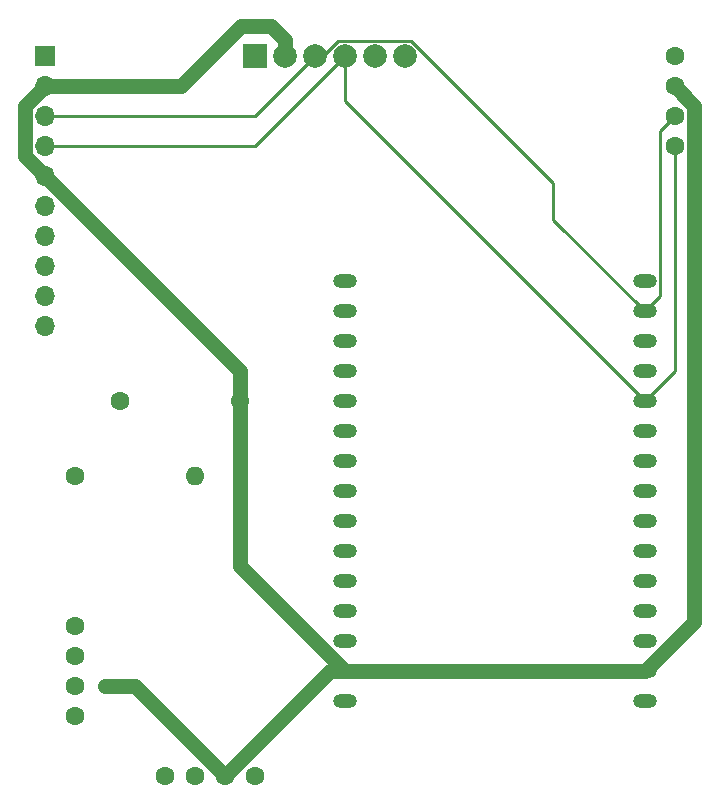
<source format=gbr>
%TF.GenerationSoftware,KiCad,Pcbnew,7.0.7*%
%TF.CreationDate,2023-11-02T18:32:29-06:00*%
%TF.ProjectId,BatteryMeter,42617474-6572-4794-9d65-7465722e6b69,rev?*%
%TF.SameCoordinates,Original*%
%TF.FileFunction,Copper,L2,Bot*%
%TF.FilePolarity,Positive*%
%FSLAX46Y46*%
G04 Gerber Fmt 4.6, Leading zero omitted, Abs format (unit mm)*
G04 Created by KiCad (PCBNEW 7.0.7) date 2023-11-02 18:32:29*
%MOMM*%
%LPD*%
G01*
G04 APERTURE LIST*
%TA.AperFunction,ComponentPad*%
%ADD10R,2.000000X2.000000*%
%TD*%
%TA.AperFunction,ComponentPad*%
%ADD11C,2.000000*%
%TD*%
%TA.AperFunction,ComponentPad*%
%ADD12O,2.000000X1.200000*%
%TD*%
%TA.AperFunction,ComponentPad*%
%ADD13C,1.600000*%
%TD*%
%TA.AperFunction,ComponentPad*%
%ADD14O,1.600000X1.600000*%
%TD*%
%TA.AperFunction,ComponentPad*%
%ADD15R,1.700000X1.700000*%
%TD*%
%TA.AperFunction,ComponentPad*%
%ADD16O,1.700000X1.700000*%
%TD*%
%TA.AperFunction,ViaPad*%
%ADD17C,0.800000*%
%TD*%
%TA.AperFunction,Conductor*%
%ADD18C,1.270000*%
%TD*%
%TA.AperFunction,Conductor*%
%ADD19C,0.250000*%
%TD*%
G04 APERTURE END LIST*
D10*
%TO.P,U3,1,VCC*%
%TO.N,+3V3*%
X153670000Y-53340000D03*
D11*
%TO.P,U3,2,GND*%
%TO.N,GND*%
X156210000Y-53340000D03*
%TO.P,U3,3,SCL*%
%TO.N,SCL*%
X158750000Y-53340000D03*
%TO.P,U3,4,SDA*%
%TO.N,SDA*%
X161290000Y-53340000D03*
%TO.P,U3,5,CSB*%
%TO.N,unconnected-(U3-CSB-Pad5)*%
X163830000Y-53340000D03*
%TO.P,U3,6,SDO*%
%TO.N,unconnected-(U3-SDO-Pad6)*%
X166370000Y-53340000D03*
%TD*%
D12*
%TO.P,U2,1,EN*%
%TO.N,unconnected-(U2-EN-Pad1)*%
X161290000Y-72390000D03*
%TO.P,U2,2,GPIO_36*%
%TO.N,unconnected-(U2-GPIO_36-Pad2)*%
X161290000Y-74930000D03*
%TO.P,U2,3,GPIO_39*%
%TO.N,unconnected-(U2-GPIO_39-Pad3)*%
X161290000Y-77470000D03*
%TO.P,U2,4,GPIO_34*%
%TO.N,unconnected-(U2-GPIO_34-Pad4)*%
X161290000Y-80010000D03*
%TO.P,U2,5,GPIO_35*%
%TO.N,unconnected-(U2-GPIO_35-Pad5)*%
X161290000Y-82550000D03*
%TO.P,U2,6,GPIO_32*%
%TO.N,unconnected-(U2-GPIO_32-Pad6)*%
X161290000Y-85090000D03*
%TO.P,U2,7,GPIO_33*%
%TO.N,unconnected-(U2-GPIO_33-Pad7)*%
X161290000Y-87630000D03*
%TO.P,U2,8,GPIO_25*%
%TO.N,unconnected-(U2-GPIO_25-Pad8)*%
X161290000Y-90170000D03*
%TO.P,U2,9,GPIO_26*%
%TO.N,unconnected-(U2-GPIO_26-Pad9)*%
X161290000Y-92710000D03*
%TO.P,U2,10,GPIO_27*%
%TO.N,unconnected-(U2-GPIO_27-Pad10)*%
X161290000Y-95250000D03*
%TO.P,U2,11,GPIO_14*%
%TO.N,unconnected-(U2-GPIO_14-Pad11)*%
X161290000Y-97790000D03*
%TO.P,U2,12,GPIO_12*%
%TO.N,unconnected-(U2-GPIO_12-Pad12)*%
X161290000Y-100330000D03*
%TO.P,U2,13,GPIO_13*%
%TO.N,unconnected-(U2-GPIO_13-Pad13)*%
X161290000Y-102870000D03*
%TO.P,U2,14,GND*%
%TO.N,GND*%
X161290000Y-105410000D03*
%TO.P,U2,15,VIN*%
%TO.N,+5V*%
X161290000Y-107950000D03*
%TO.P,U2,16,3V3*%
%TO.N,+3V3*%
X186690000Y-107950000D03*
%TO.P,U2,17,GND*%
%TO.N,GND*%
X186690000Y-105410000D03*
%TO.P,U2,18,GPIO_15*%
%TO.N,unconnected-(U2-GPIO_15-Pad18)*%
X186690000Y-102870000D03*
%TO.P,U2,19,GPIO_2*%
%TO.N,unconnected-(U2-GPIO_2-Pad19)*%
X186690000Y-100330000D03*
%TO.P,U2,20,GPIO_4*%
%TO.N,unconnected-(U2-GPIO_4-Pad20)*%
X186690000Y-97790000D03*
%TO.P,U2,21,GPIO_16*%
%TO.N,unconnected-(U2-GPIO_16-Pad21)*%
X186690000Y-95250000D03*
%TO.P,U2,22,GPIO_17*%
%TO.N,unconnected-(U2-GPIO_17-Pad22)*%
X186690000Y-92710000D03*
%TO.P,U2,23,GPIO_5*%
%TO.N,unconnected-(U2-GPIO_5-Pad23)*%
X186690000Y-90170000D03*
%TO.P,U2,24,GPIO_18*%
%TO.N,unconnected-(U2-GPIO_18-Pad24)*%
X186690000Y-87630000D03*
%TO.P,U2,25,GPIO_19*%
%TO.N,unconnected-(U2-GPIO_19-Pad25)*%
X186690000Y-85090000D03*
%TO.P,U2,26,GPIO_21*%
%TO.N,SDA*%
X186690000Y-82550000D03*
%TO.P,U2,27,GPIO_1*%
%TO.N,unconnected-(U2-GPIO_1-Pad27)*%
X186690000Y-80010000D03*
%TO.P,U2,28,GPIO_3*%
%TO.N,unconnected-(U2-GPIO_3-Pad28)*%
X186690000Y-77470000D03*
%TO.P,U2,29,GPIO_22*%
%TO.N,SCL*%
X186690000Y-74930000D03*
%TO.P,U2,30,GPIO_23*%
%TO.N,unconnected-(U2-GPIO_23-Pad30)*%
X186690000Y-72390000D03*
%TD*%
D13*
%TO.P,J1,1,Pin_1*%
%TO.N,+12V*%
X138430000Y-109220000D03*
%TO.P,J1,2,Pin_2*%
%TO.N,GND*%
X138430000Y-106680000D03*
%TO.P,J1,3,Pin_3*%
%TO.N,Shunt High*%
X138430000Y-104140000D03*
%TO.P,J1,4,Pin_4*%
%TO.N,Shunt Low*%
X138430000Y-101600000D03*
%TD*%
%TO.P,R2,1*%
%TO.N,Net-(M1-A0)*%
X142240000Y-82550000D03*
D14*
%TO.P,R2,2*%
%TO.N,GND*%
X152400000Y-82550000D03*
%TD*%
D13*
%TO.P,R1,1*%
%TO.N,+12V*%
X138430000Y-88900000D03*
D14*
%TO.P,R1,2*%
%TO.N,Net-(M1-A0)*%
X148590000Y-88900000D03*
%TD*%
D15*
%TO.P,M1,1,VDD*%
%TO.N,+5V*%
X135890000Y-53340000D03*
D16*
%TO.P,M1,2,GND*%
%TO.N,GND*%
X135890000Y-55880000D03*
%TO.P,M1,3,SCL*%
%TO.N,SCL*%
X135890000Y-58420000D03*
%TO.P,M1,4,SDA*%
%TO.N,SDA*%
X135890000Y-60960000D03*
%TO.P,M1,5,ADDR*%
%TO.N,GND*%
X135890000Y-63500000D03*
%TO.P,M1,6,ALERT*%
%TO.N,unconnected-(M1-ALERT-Pad6)*%
X135890000Y-66040000D03*
%TO.P,M1,7,A0*%
%TO.N,Net-(M1-A0)*%
X135890000Y-68580000D03*
%TO.P,M1,8,A1*%
%TO.N,unconnected-(M1-A1-Pad8)*%
X135890000Y-71120000D03*
%TO.P,M1,9,A2*%
%TO.N,Shunt High*%
X135890000Y-73660000D03*
%TO.P,M1,10,A3*%
%TO.N,Shunt Low*%
X135890000Y-76200000D03*
%TD*%
D13*
%TO.P,U1,1,Out+*%
%TO.N,+5V*%
X153670000Y-114300000D03*
%TO.P,U1,2,Negative*%
%TO.N,GND*%
X151130000Y-114300000D03*
%TO.P,U1,3,In+*%
%TO.N,+12V*%
X148590000Y-114300000D03*
%TO.P,U1,4,Enable*%
%TO.N,unconnected-(U1-Enable-Pad4)*%
X146050000Y-114300000D03*
%TD*%
%TO.P,U4,1,VIN*%
%TO.N,+3V3*%
X189230000Y-53340000D03*
%TO.P,U4,2,GND*%
%TO.N,GND*%
X189230000Y-55880000D03*
%TO.P,U4,3,SCL*%
%TO.N,SCL*%
X189230000Y-58420000D03*
%TO.P,U4,4,SDA*%
%TO.N,SDA*%
X189230000Y-60960000D03*
%TD*%
D17*
%TO.N,GND*%
X142240000Y-106680000D03*
X140970000Y-106680000D03*
%TD*%
D18*
%TO.N,GND*%
X142240000Y-106680000D02*
X140970000Y-106680000D01*
X151130000Y-114300000D02*
X143510000Y-106680000D01*
X143510000Y-106680000D02*
X142240000Y-106680000D01*
X189230000Y-55880000D02*
X190865000Y-57515000D01*
X190865000Y-57515000D02*
X190865000Y-101235000D01*
X190865000Y-101235000D02*
X186690000Y-105410000D01*
D19*
%TO.N,SCL*%
X189230000Y-58420000D02*
X188015000Y-59635000D01*
X188015000Y-73605000D02*
X186690000Y-74930000D01*
X188015000Y-59635000D02*
X188015000Y-73605000D01*
%TO.N,SDA*%
X186690000Y-82550000D02*
X189230000Y-80010000D01*
X189230000Y-80010000D02*
X189230000Y-60960000D01*
D18*
%TO.N,GND*%
X135890000Y-55880000D02*
X147460000Y-55880000D01*
X147460000Y-55880000D02*
X152540000Y-50800000D01*
X152540000Y-50800000D02*
X155084213Y-50800000D01*
X155084213Y-50800000D02*
X156210000Y-51925787D01*
X156210000Y-51925787D02*
X156210000Y-53340000D01*
X152400000Y-82550000D02*
X152400000Y-80010000D01*
X152400000Y-80010000D02*
X135890000Y-63500000D01*
X135890000Y-63500000D02*
X134205000Y-61815000D01*
X134205000Y-61815000D02*
X134205000Y-57565000D01*
X134205000Y-57565000D02*
X135890000Y-55880000D01*
X161290000Y-105410000D02*
X186690000Y-105410000D01*
X161290000Y-105410000D02*
X152400000Y-96520000D01*
X152400000Y-96520000D02*
X152400000Y-82550000D01*
X151130000Y-114300000D02*
X160020000Y-105410000D01*
X160020000Y-105410000D02*
X161290000Y-105410000D01*
D19*
%TO.N,SDA*%
X161290000Y-57150000D02*
X161290000Y-53340000D01*
X186690000Y-82550000D02*
X161290000Y-57150000D01*
X153670000Y-60960000D02*
X161290000Y-53340000D01*
X135890000Y-60960000D02*
X153670000Y-60960000D01*
%TO.N,SCL*%
X158750000Y-54006167D02*
X160741167Y-52015000D01*
X158750000Y-53340000D02*
X158750000Y-54006167D01*
X153670000Y-58420000D02*
X158750000Y-53340000D01*
X166918833Y-52015000D02*
X178925787Y-64021954D01*
X160741167Y-52015000D02*
X166918833Y-52015000D01*
X135890000Y-58420000D02*
X153670000Y-58420000D01*
X178925787Y-67165787D02*
X186690000Y-74930000D01*
X178925787Y-64021954D02*
X178925787Y-67165787D01*
%TD*%
M02*

</source>
